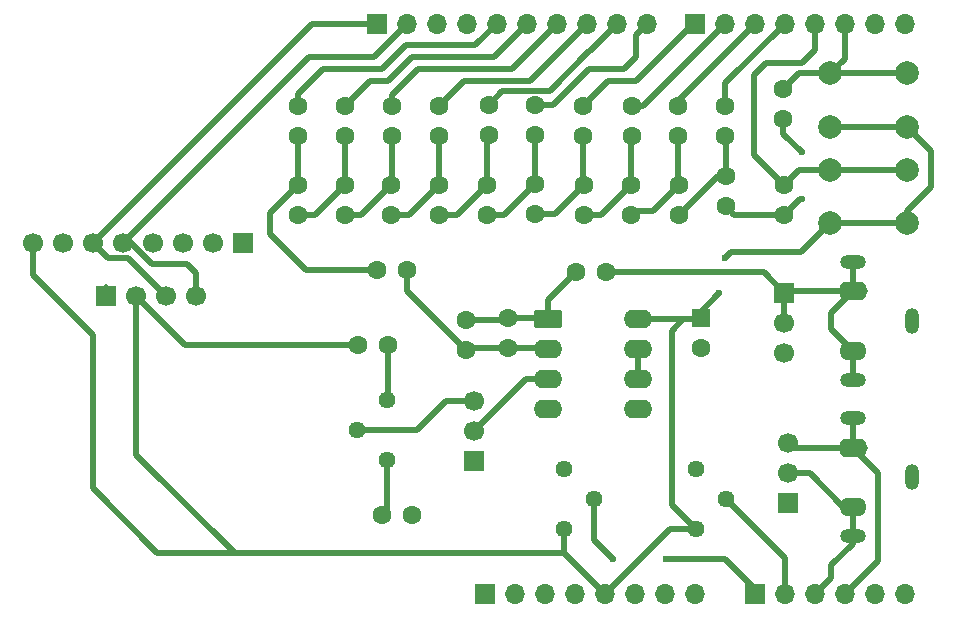
<source format=gbr>
%TF.GenerationSoftware,KiCad,Pcbnew,9.0.7*%
%TF.CreationDate,2026-02-04T01:14:12-07:00*%
%TF.ProjectId,ShieldV1,53686965-6c64-4563-912e-6b696361645f,rev?*%
%TF.SameCoordinates,Original*%
%TF.FileFunction,Copper,L1,Top*%
%TF.FilePolarity,Positive*%
%FSLAX46Y46*%
G04 Gerber Fmt 4.6, Leading zero omitted, Abs format (unit mm)*
G04 Created by KiCad (PCBNEW 9.0.7) date 2026-02-04 01:14:12*
%MOMM*%
%LPD*%
G01*
G04 APERTURE LIST*
G04 Aperture macros list*
%AMRoundRect*
0 Rectangle with rounded corners*
0 $1 Rounding radius*
0 $2 $3 $4 $5 $6 $7 $8 $9 X,Y pos of 4 corners*
0 Add a 4 corners polygon primitive as box body*
4,1,4,$2,$3,$4,$5,$6,$7,$8,$9,$2,$3,0*
0 Add four circle primitives for the rounded corners*
1,1,$1+$1,$2,$3*
1,1,$1+$1,$4,$5*
1,1,$1+$1,$6,$7*
1,1,$1+$1,$8,$9*
0 Add four rect primitives between the rounded corners*
20,1,$1+$1,$2,$3,$4,$5,0*
20,1,$1+$1,$4,$5,$6,$7,0*
20,1,$1+$1,$6,$7,$8,$9,0*
20,1,$1+$1,$8,$9,$2,$3,0*%
G04 Aperture macros list end*
%TA.AperFunction,ComponentPad*%
%ADD10R,1.700000X1.700000*%
%TD*%
%TA.AperFunction,ComponentPad*%
%ADD11O,1.700000X1.700000*%
%TD*%
%TA.AperFunction,ComponentPad*%
%ADD12C,1.600000*%
%TD*%
%TA.AperFunction,ComponentPad*%
%ADD13C,2.000000*%
%TD*%
%TA.AperFunction,ComponentPad*%
%ADD14C,1.700000*%
%TD*%
%TA.AperFunction,ComponentPad*%
%ADD15O,2.200000X1.200000*%
%TD*%
%TA.AperFunction,ComponentPad*%
%ADD16O,2.300000X1.600000*%
%TD*%
%TA.AperFunction,ComponentPad*%
%ADD17O,1.200000X2.200000*%
%TD*%
%TA.AperFunction,ComponentPad*%
%ADD18O,2.500000X1.600000*%
%TD*%
%TA.AperFunction,ComponentPad*%
%ADD19RoundRect,0.250000X-0.550000X0.550000X-0.550000X-0.550000X0.550000X-0.550000X0.550000X0.550000X0*%
%TD*%
%TA.AperFunction,ComponentPad*%
%ADD20C,1.440000*%
%TD*%
%TA.AperFunction,ComponentPad*%
%ADD21RoundRect,0.250000X-0.950000X-0.550000X0.950000X-0.550000X0.950000X0.550000X-0.950000X0.550000X0*%
%TD*%
%TA.AperFunction,ComponentPad*%
%ADD22O,2.400000X1.600000*%
%TD*%
%TA.AperFunction,ViaPad*%
%ADD23C,0.600000*%
%TD*%
%TA.AperFunction,Conductor*%
%ADD24C,0.508000*%
%TD*%
G04 APERTURE END LIST*
D10*
%TO.P,J1,1,Pin_1*%
%TO.N,unconnected-(J1-Pin_1-Pad1)*%
X127940000Y-97460000D03*
D11*
%TO.P,J1,2,Pin_2*%
%TO.N,/IOREF*%
X130480000Y-97460000D03*
%TO.P,J1,3,Pin_3*%
%TO.N,/~{RESET}*%
X133020000Y-97460000D03*
%TO.P,J1,4,Pin_4*%
%TO.N,+3V3*%
X135560000Y-97460000D03*
%TO.P,J1,5,Pin_5*%
%TO.N,+5V*%
X138100000Y-97460000D03*
%TO.P,J1,6,Pin_6*%
%TO.N,GND*%
X140640000Y-97460000D03*
%TO.P,J1,7,Pin_7*%
X143180000Y-97460000D03*
%TO.P,J1,8,Pin_8*%
%TO.N,VCC*%
X145720000Y-97460000D03*
%TD*%
D10*
%TO.P,J3,1,Pin_1*%
%TO.N,/A0*%
X150800000Y-97460000D03*
D11*
%TO.P,J3,2,Pin_2*%
%TO.N,/A1*%
X153340000Y-97460000D03*
%TO.P,J3,3,Pin_3*%
%TO.N,/IN_RIGHT*%
X155880000Y-97460000D03*
%TO.P,J3,4,Pin_4*%
%TO.N,/IN_LEFT*%
X158420000Y-97460000D03*
%TO.P,J3,5,Pin_5*%
%TO.N,/SDA{slash}A4*%
X160960000Y-97460000D03*
%TO.P,J3,6,Pin_6*%
%TO.N,/SCL{slash}A5*%
X163500000Y-97460000D03*
%TD*%
D10*
%TO.P,J2,1,Pin_1*%
%TO.N,/SCL*%
X118796000Y-49200000D03*
D11*
%TO.P,J2,2,Pin_2*%
%TO.N,/SDA*%
X121336000Y-49200000D03*
%TO.P,J2,3,Pin_3*%
%TO.N,/AREF*%
X123876000Y-49200000D03*
%TO.P,J2,4,Pin_4*%
%TO.N,GND*%
X126416000Y-49200000D03*
%TO.P,J2,5,Pin_5*%
%TO.N,/D9*%
X128956000Y-49200000D03*
%TO.P,J2,6,Pin_6*%
%TO.N,/D8*%
X131496000Y-49200000D03*
%TO.P,J2,7,Pin_7*%
%TO.N,/D7*%
X134036000Y-49200000D03*
%TO.P,J2,8,Pin_8*%
%TO.N,/D6*%
X136576000Y-49200000D03*
%TO.P,J2,9,Pin_9*%
%TO.N,/D5*%
X139116000Y-49200000D03*
%TO.P,J2,10,Pin_10*%
%TO.N,/D4*%
X141656000Y-49200000D03*
%TD*%
D10*
%TO.P,J4,1,Pin_1*%
%TO.N,/D3*%
X145720000Y-49200000D03*
D11*
%TO.P,J4,2,Pin_2*%
%TO.N,/D2*%
X148260000Y-49200000D03*
%TO.P,J4,3,Pin_3*%
%TO.N,/D1*%
X150800000Y-49200000D03*
%TO.P,J4,4,Pin_4*%
%TO.N,/D0*%
X153340000Y-49200000D03*
%TO.P,J4,5,Pin_5*%
%TO.N,/BT2*%
X155880000Y-49200000D03*
%TO.P,J4,6,Pin_6*%
%TO.N,/BT1*%
X158420000Y-49200000D03*
%TO.P,J4,7,Pin_7*%
%TO.N,/TX{slash}1*%
X160960000Y-49200000D03*
%TO.P,J4,8,Pin_8*%
%TO.N,/RX{slash}0*%
X163500000Y-49200000D03*
%TD*%
D12*
%TO.P,R9,1*%
%TO.N,Net-(R10-Pad1)*%
X136350000Y-62810000D03*
%TO.P,R9,2*%
%TO.N,Net-(R7-Pad1)*%
X136350000Y-65350000D03*
%TD*%
%TO.P,R13,1*%
%TO.N,Net-(R13-Pad1)*%
X128150000Y-62820000D03*
%TO.P,R13,2*%
%TO.N,Net-(R11-Pad1)*%
X128150000Y-65360000D03*
%TD*%
%TO.P,R14,1*%
%TO.N,Net-(R13-Pad1)*%
X128262000Y-58620000D03*
%TO.P,R14,2*%
%TO.N,/D5*%
X128262000Y-56080000D03*
%TD*%
%TO.P,R18,1*%
%TO.N,Net-(R17-Pad1)*%
X120050000Y-58670000D03*
%TO.P,R18,2*%
%TO.N,/D7*%
X120050000Y-56130000D03*
%TD*%
%TO.P,R4,1*%
%TO.N,Net-(R3-Pad2)*%
X148320000Y-58690000D03*
%TO.P,R4,2*%
%TO.N,/D0*%
X148320000Y-56150000D03*
%TD*%
%TO.P,R15,1*%
%TO.N,Net-(R15-Pad1)*%
X124070000Y-62810000D03*
%TO.P,R15,2*%
%TO.N,Net-(R13-Pad1)*%
X124070000Y-65350000D03*
%TD*%
%TO.P,R19,1*%
%TO.N,Net-(R19-Pad1)*%
X116080000Y-62840000D03*
%TO.P,R19,2*%
%TO.N,Net-(R17-Pad1)*%
X116080000Y-65380000D03*
%TD*%
%TO.P,C2,1*%
%TO.N,Net-(U1A--)*%
X129890000Y-76600000D03*
%TO.P,C2,2*%
%TO.N,Net-(C2-Pad2)*%
X129890000Y-74100000D03*
%TD*%
%TO.P,R7,1*%
%TO.N,Net-(R7-Pad1)*%
X140350000Y-62820000D03*
%TO.P,R7,2*%
%TO.N,Net-(R5-Pad1)*%
X140350000Y-65360000D03*
%TD*%
%TO.P,R21,1*%
%TO.N,Net-(R21-Pad1)*%
X112090000Y-62840000D03*
%TO.P,R21,2*%
%TO.N,Net-(R19-Pad1)*%
X112090000Y-65380000D03*
%TD*%
D13*
%TO.P,SW2,1,1*%
%TO.N,+5V*%
X163710000Y-66050000D03*
X157210000Y-66050000D03*
%TO.P,SW2,2,2*%
%TO.N,/BT2*%
X163710000Y-61550000D03*
X157210000Y-61550000D03*
%TD*%
D12*
%TO.P,R20,1*%
%TO.N,Net-(R19-Pad1)*%
X116090000Y-58670000D03*
%TO.P,R20,2*%
%TO.N,/D8*%
X116090000Y-56130000D03*
%TD*%
%TO.P,R6,1*%
%TO.N,Net-(R5-Pad1)*%
X144310000Y-58680000D03*
%TO.P,R6,2*%
%TO.N,/D1*%
X144310000Y-56140000D03*
%TD*%
D10*
%TO.P,J7,1,Pin_1*%
%TO.N,/AUDIO_OUT*%
X153310000Y-71920000D03*
D14*
%TO.P,J7,2,Pin_2*%
X153310000Y-74460000D03*
%TO.P,J7,3,Pin_3*%
%TO.N,GND*%
X153310000Y-77000000D03*
%TD*%
D12*
%TO.P,R10,1*%
%TO.N,Net-(R10-Pad1)*%
X136270000Y-58650000D03*
%TO.P,R10,2*%
%TO.N,/D3*%
X136270000Y-56110000D03*
%TD*%
D10*
%TO.P,J5,1,Pin_1*%
%TO.N,unconnected-(J5-Pin_1-Pad1)*%
X107460000Y-67730000D03*
D14*
%TO.P,J5,2,Pin_2*%
%TO.N,unconnected-(J5-Pin_2-Pad2)*%
X104920000Y-67730000D03*
%TO.P,J5,3,Pin_3*%
%TO.N,unconnected-(J5-Pin_3-Pad3)*%
X102380000Y-67730000D03*
%TO.P,J5,4,Pin_4*%
%TO.N,unconnected-(J5-Pin_4-Pad4)*%
X99840000Y-67730000D03*
%TO.P,J5,5,Pin_5*%
%TO.N,/SDA*%
X97300000Y-67730000D03*
%TO.P,J5,6,Pin_6*%
%TO.N,/SCL*%
X94760000Y-67730000D03*
%TO.P,J5,7,Pin_7*%
%TO.N,GND*%
X92220000Y-67730000D03*
%TO.P,J5,8,Pin_8*%
%TO.N,+5V*%
X89680000Y-67730000D03*
%TD*%
D12*
%TO.P,R26,1*%
%TO.N,Net-(R26-Pad1)*%
X119260000Y-90790000D03*
%TO.P,R26,2*%
%TO.N,GND*%
X121800000Y-90790000D03*
%TD*%
D15*
%TO.P,J11,R*%
%TO.N,/AUDIO_OUT*%
X159090000Y-79330000D03*
D16*
%TO.P,J11,RN*%
X159090000Y-76830000D03*
D17*
%TO.P,J11,S*%
%TO.N,GND*%
X164090000Y-74330000D03*
D15*
%TO.P,J11,T*%
%TO.N,/AUDIO_OUT*%
X159090000Y-69330000D03*
D18*
%TO.P,J11,TN*%
X159090000Y-71830000D03*
%TD*%
D12*
%TO.P,R5,1*%
%TO.N,Net-(R5-Pad1)*%
X144370000Y-62850000D03*
%TO.P,R5,2*%
%TO.N,Net-(R3-Pad2)*%
X144370000Y-65390000D03*
%TD*%
D19*
%TO.P,C1,1*%
%TO.N,+5V*%
X146210000Y-74107620D03*
D12*
%TO.P,C1,2*%
%TO.N,GND*%
X146210000Y-76607620D03*
%TD*%
%TO.P,R24,1*%
%TO.N,Net-(C2-Pad2)*%
X126360000Y-74240000D03*
%TO.P,R24,2*%
%TO.N,Net-(U1A--)*%
X126360000Y-76780000D03*
%TD*%
%TO.P,R12,1*%
%TO.N,Net-(R11-Pad1)*%
X132180000Y-58620000D03*
%TO.P,R12,2*%
%TO.N,/D4*%
X132180000Y-56080000D03*
%TD*%
D13*
%TO.P,SW1,1,1*%
%TO.N,+5V*%
X163710000Y-57870000D03*
X157210000Y-57870000D03*
%TO.P,SW1,2,2*%
%TO.N,/BT1*%
X163710000Y-53370000D03*
X157210000Y-53370000D03*
%TD*%
D12*
%TO.P,R11,1*%
%TO.N,Net-(R11-Pad1)*%
X132180000Y-62770000D03*
%TO.P,R11,2*%
%TO.N,Net-(R10-Pad1)*%
X132180000Y-65310000D03*
%TD*%
%TO.P,R22,1*%
%TO.N,Net-(R21-Pad1)*%
X112130000Y-58650000D03*
%TO.P,R22,2*%
%TO.N,/D9*%
X112130000Y-56110000D03*
%TD*%
D10*
%TO.P,J12,1,Pin_1*%
%TO.N,GND*%
X153620000Y-89780000D03*
D14*
%TO.P,J12,2,Pin_2*%
%TO.N,/IN_RIGHT*%
X153620000Y-87240000D03*
%TO.P,J12,3,Pin_3*%
%TO.N,/IN_LEFT*%
X153620000Y-84700000D03*
%TD*%
D12*
%TO.P,R1,1*%
%TO.N,/BT1*%
X153220000Y-54670000D03*
%TO.P,R1,2*%
%TO.N,GND*%
X153220000Y-57210000D03*
%TD*%
%TO.P,R27,1*%
%TO.N,/AUDIO_OUT*%
X138180000Y-70180000D03*
%TO.P,R27,2*%
%TO.N,Net-(C2-Pad2)*%
X135640000Y-70180000D03*
%TD*%
%TO.P,R17,1*%
%TO.N,Net-(R17-Pad1)*%
X120030000Y-62800000D03*
%TO.P,R17,2*%
%TO.N,Net-(R15-Pad1)*%
X120030000Y-65340000D03*
%TD*%
%TO.P,R25,1*%
%TO.N,+5V*%
X117180000Y-76360000D03*
%TO.P,R25,2*%
%TO.N,Net-(R25-Pad2)*%
X119720000Y-76360000D03*
%TD*%
%TO.P,R16,1*%
%TO.N,Net-(R15-Pad1)*%
X124070000Y-58650000D03*
%TO.P,R16,2*%
%TO.N,/D6*%
X124070000Y-56110000D03*
%TD*%
D20*
%TO.P,RV1,1,1*%
%TO.N,+5V*%
X134610000Y-91950000D03*
%TO.P,RV1,2,2*%
%TO.N,/A0*%
X137150000Y-89410000D03*
%TO.P,RV1,3,3*%
%TO.N,GND*%
X134610000Y-86870000D03*
%TD*%
D12*
%TO.P,R2,1*%
%TO.N,/BT2*%
X153260000Y-62810000D03*
%TO.P,R2,2*%
%TO.N,GND*%
X153260000Y-65350000D03*
%TD*%
D21*
%TO.P,U1,1*%
%TO.N,Net-(C2-Pad2)*%
X133300000Y-74170000D03*
D22*
%TO.P,U1,2,-*%
%TO.N,Net-(U1A--)*%
X133300000Y-76710000D03*
%TO.P,U1,3,+*%
%TO.N,Net-(J9-Pin_2)*%
X133300000Y-79250000D03*
%TO.P,U1,4,V-*%
%TO.N,GND*%
X133300000Y-81790000D03*
%TO.P,U1,5,+*%
X140920000Y-81790000D03*
%TO.P,U1,6,-*%
%TO.N,Net-(U1B--)*%
X140920000Y-79250000D03*
%TO.P,U1,7*%
X140920000Y-76710000D03*
%TO.P,U1,8,V+*%
%TO.N,+5V*%
X140920000Y-74170000D03*
%TD*%
D10*
%TO.P,J9,1,Pin_1*%
%TO.N,GND*%
X127040000Y-86170000D03*
D14*
%TO.P,J9,2,Pin_2*%
%TO.N,Net-(J9-Pin_2)*%
X127040000Y-83630000D03*
%TO.P,J9,3,Pin_3*%
%TO.N,Net-(J9-Pin_3)*%
X127040000Y-81090000D03*
%TD*%
D12*
%TO.P,R3,1*%
%TO.N,GND*%
X148340000Y-64610000D03*
%TO.P,R3,2*%
%TO.N,Net-(R3-Pad2)*%
X148340000Y-62070000D03*
%TD*%
D15*
%TO.P,J10,R*%
%TO.N,/IN_RIGHT*%
X159090000Y-92540000D03*
D16*
%TO.P,J10,RN*%
X159090000Y-90040000D03*
D17*
%TO.P,J10,S*%
%TO.N,GND*%
X164090000Y-87540000D03*
D15*
%TO.P,J10,T*%
%TO.N,/IN_LEFT*%
X159090000Y-82540000D03*
D18*
%TO.P,J10,TN*%
X159090000Y-85040000D03*
%TD*%
D20*
%TO.P,RV3,1,1*%
%TO.N,Net-(R25-Pad2)*%
X119705000Y-81000000D03*
%TO.P,RV3,2,2*%
%TO.N,Net-(J9-Pin_3)*%
X117165000Y-83540000D03*
%TO.P,RV3,3,3*%
%TO.N,Net-(R26-Pad1)*%
X119705000Y-86080000D03*
%TD*%
%TO.P,RV2,1,1*%
%TO.N,+5V*%
X145810000Y-91950000D03*
%TO.P,RV2,2,2*%
%TO.N,/A1*%
X148350000Y-89410000D03*
%TO.P,RV2,3,3*%
%TO.N,GND*%
X145810000Y-86870000D03*
%TD*%
D12*
%TO.P,R8,1*%
%TO.N,Net-(R7-Pad1)*%
X140370000Y-58690000D03*
%TO.P,R8,2*%
%TO.N,/D2*%
X140370000Y-56150000D03*
%TD*%
D10*
%TO.P,J6,1,Pin_1*%
%TO.N,GND*%
X95900000Y-72240000D03*
D14*
%TO.P,J6,2,Pin_2*%
%TO.N,+5V*%
X98440000Y-72240000D03*
%TO.P,J6,3,Pin_3*%
%TO.N,/SCL*%
X100980000Y-72240000D03*
%TO.P,J6,4,Pin_4*%
%TO.N,/SDA*%
X103520000Y-72240000D03*
%TD*%
D12*
%TO.P,R23,1*%
%TO.N,Net-(U1A--)*%
X121370000Y-70040000D03*
%TO.P,R23,2*%
%TO.N,Net-(R21-Pad1)*%
X118830000Y-70040000D03*
%TD*%
D23*
%TO.N,GND*%
X154762000Y-60000000D03*
X154762000Y-64000000D03*
%TO.N,+5V*%
X147762000Y-72000000D03*
X148262000Y-69000000D03*
%TO.N,/A0*%
X138762000Y-94500000D03*
X143262000Y-94500000D03*
%TD*%
D24*
%TO.N,GND*%
X153260000Y-65350000D02*
X149080000Y-65350000D01*
X153220000Y-58458000D02*
X154762000Y-60000000D01*
X95900000Y-72240000D02*
X95900000Y-71410000D01*
X149080000Y-65350000D02*
X148340000Y-64610000D01*
X153220000Y-57210000D02*
X153220000Y-58458000D01*
X154610000Y-64000000D02*
X153260000Y-65350000D01*
X154762000Y-64000000D02*
X154610000Y-64000000D01*
%TO.N,+5V*%
X165762000Y-59922000D02*
X163710000Y-57870000D01*
X157210000Y-66050000D02*
X154760000Y-68500000D01*
X145810000Y-91950000D02*
X143762000Y-89902000D01*
X140920000Y-74170000D02*
X144762000Y-74170000D01*
X147762000Y-72000000D02*
X146210000Y-73552000D01*
X143762000Y-75170000D02*
X144762000Y-74170000D01*
X98440000Y-72240000D02*
X98440000Y-85648000D01*
X94762000Y-88500000D02*
X94762000Y-75500000D01*
X163710000Y-66050000D02*
X157210000Y-66050000D01*
X146654380Y-74107620D02*
X146210000Y-74107620D01*
X146147620Y-74170000D02*
X146210000Y-74107620D01*
X145810000Y-91950000D02*
X143610000Y-91950000D01*
X148762000Y-68500000D02*
X148262000Y-69000000D01*
X134610000Y-91950000D02*
X134610000Y-93970000D01*
X163710000Y-66050000D02*
X163710000Y-65052000D01*
X100232000Y-93970000D02*
X94762000Y-88500000D01*
X89680000Y-67730000D02*
X89680000Y-70418000D01*
X134610000Y-93970000D02*
X138100000Y-97460000D01*
X154760000Y-68500000D02*
X148762000Y-68500000D01*
X117180000Y-76360000D02*
X102560000Y-76360000D01*
X144762000Y-74170000D02*
X146147620Y-74170000D01*
X143762000Y-89902000D02*
X143762000Y-75170000D01*
X146210000Y-73552000D02*
X146210000Y-74107620D01*
X163710000Y-65052000D02*
X165762000Y-63000000D01*
X98440000Y-85648000D02*
X106762000Y-93970000D01*
X89680000Y-70418000D02*
X94762000Y-75500000D01*
X106762000Y-93970000D02*
X100232000Y-93970000D01*
X102560000Y-76360000D02*
X98440000Y-72240000D01*
X157210000Y-57870000D02*
X163710000Y-57870000D01*
X143610000Y-91950000D02*
X138100000Y-97460000D01*
X165762000Y-63000000D02*
X165762000Y-59922000D01*
X134610000Y-93970000D02*
X106762000Y-93970000D01*
%TO.N,/A0*%
X138762000Y-94500000D02*
X137150000Y-92888000D01*
X150800000Y-97038000D02*
X148262000Y-94500000D01*
X150800000Y-97460000D02*
X150800000Y-97038000D01*
X148262000Y-94500000D02*
X143262000Y-94500000D01*
X137150000Y-92888000D02*
X137150000Y-89410000D01*
%TO.N,/A1*%
X153340000Y-94400000D02*
X153340000Y-97460000D01*
X148350000Y-89410000D02*
X153340000Y-94400000D01*
%TO.N,/SCL*%
X94760000Y-67730000D02*
X96065000Y-69035000D01*
X94760000Y-67730000D02*
X113290000Y-49200000D01*
X97775000Y-69035000D02*
X100980000Y-72240000D01*
X96065000Y-69035000D02*
X97775000Y-69035000D01*
X113290000Y-49200000D02*
X118796000Y-49200000D01*
%TO.N,/SDA*%
X113030000Y-52000000D02*
X118536000Y-52000000D01*
X99762000Y-69500000D02*
X97992000Y-67730000D01*
X102762000Y-69500000D02*
X99762000Y-69500000D01*
X118536000Y-52000000D02*
X121336000Y-49200000D01*
X97300000Y-67730000D02*
X113030000Y-52000000D01*
X97992000Y-67730000D02*
X97300000Y-67730000D01*
X103520000Y-70258000D02*
X102762000Y-69500000D01*
X103520000Y-72240000D02*
X103520000Y-70258000D01*
%TO.N,/BT1*%
X158420000Y-52160000D02*
X157210000Y-53370000D01*
X157210000Y-53370000D02*
X154520000Y-53370000D01*
X154520000Y-53370000D02*
X153220000Y-54670000D01*
X158420000Y-49200000D02*
X158420000Y-52160000D01*
X157210000Y-53370000D02*
X163710000Y-53370000D01*
%TO.N,/BT2*%
X157210000Y-61550000D02*
X154520000Y-61550000D01*
X150762000Y-53500000D02*
X150762000Y-60312000D01*
X150762000Y-60312000D02*
X153260000Y-62810000D01*
X154520000Y-61550000D02*
X153260000Y-62810000D01*
X155880000Y-51382000D02*
X154762000Y-52500000D01*
X155880000Y-49200000D02*
X155880000Y-51382000D01*
X154762000Y-52500000D02*
X151762000Y-52500000D01*
X157210000Y-61550000D02*
X163710000Y-61550000D01*
X151762000Y-52500000D02*
X150762000Y-53500000D01*
%TO.N,Net-(C2-Pad2)*%
X133300000Y-72520000D02*
X135640000Y-70180000D01*
X133300000Y-74170000D02*
X133300000Y-72520000D01*
X129890000Y-74100000D02*
X133230000Y-74100000D01*
X129750000Y-74240000D02*
X129890000Y-74100000D01*
X133230000Y-74100000D02*
X133300000Y-74170000D01*
X126360000Y-74240000D02*
X129750000Y-74240000D01*
%TO.N,Net-(U1A--)*%
X129890000Y-76600000D02*
X133190000Y-76600000D01*
X126540000Y-76600000D02*
X126360000Y-76780000D01*
X133190000Y-76600000D02*
X133300000Y-76710000D01*
X129890000Y-76600000D02*
X126540000Y-76600000D01*
X121370000Y-70040000D02*
X121370000Y-71790000D01*
X121370000Y-71790000D02*
X126360000Y-76780000D01*
%TO.N,/D7*%
X122262000Y-53000000D02*
X120050000Y-55212000D01*
X134036000Y-49200000D02*
X130236000Y-53000000D01*
X130236000Y-53000000D02*
X122262000Y-53000000D01*
X120050000Y-55212000D02*
X120050000Y-56130000D01*
%TO.N,/D8*%
X119762000Y-54000000D02*
X118220000Y-54000000D01*
X118220000Y-54000000D02*
X116090000Y-56130000D01*
X128696000Y-52000000D02*
X121762000Y-52000000D01*
X121762000Y-52000000D02*
X119762000Y-54000000D01*
X131496000Y-49200000D02*
X128696000Y-52000000D01*
%TO.N,/D9*%
X121262000Y-51000000D02*
X119262000Y-53000000D01*
X114262000Y-53000000D02*
X112130000Y-55132000D01*
X128956000Y-49200000D02*
X127156000Y-51000000D01*
X119262000Y-53000000D02*
X114262000Y-53000000D01*
X127156000Y-51000000D02*
X121262000Y-51000000D01*
X112130000Y-55132000D02*
X112130000Y-56110000D01*
%TO.N,/D6*%
X131776000Y-54000000D02*
X126180000Y-54000000D01*
X126180000Y-54000000D02*
X124070000Y-56110000D01*
X136576000Y-49200000D02*
X131776000Y-54000000D01*
%TO.N,/D4*%
X141656000Y-49200000D02*
X140762000Y-50094000D01*
X140762000Y-52000000D02*
X139762000Y-53000000D01*
X140762000Y-50094000D02*
X140762000Y-52000000D01*
X136762000Y-53000000D02*
X133682000Y-56080000D01*
X139762000Y-53000000D02*
X136762000Y-53000000D01*
X133682000Y-56080000D02*
X132180000Y-56080000D01*
%TO.N,/D5*%
X139116000Y-49200000D02*
X136816000Y-51500000D01*
X133437000Y-54825000D02*
X129437000Y-54825000D01*
X136816000Y-51500000D02*
X136762000Y-51500000D01*
X128262000Y-56000000D02*
X128262000Y-56080000D01*
X129437000Y-54825000D02*
X128262000Y-56000000D01*
X136762000Y-51500000D02*
X133437000Y-54825000D01*
%TO.N,/IN_RIGHT*%
X158302000Y-90040000D02*
X155502000Y-87240000D01*
X157262000Y-96078000D02*
X155880000Y-97460000D01*
X155502000Y-87240000D02*
X153620000Y-87240000D01*
X159090000Y-93172000D02*
X157262000Y-95000000D01*
X159090000Y-92540000D02*
X159090000Y-93172000D01*
X159090000Y-90040000D02*
X159090000Y-92540000D01*
X157262000Y-95000000D02*
X157262000Y-96078000D01*
X159090000Y-90040000D02*
X158302000Y-90040000D01*
%TO.N,/IN_LEFT*%
X161262000Y-87212000D02*
X159090000Y-85040000D01*
X158420000Y-97460000D02*
X161262000Y-94618000D01*
X161262000Y-94618000D02*
X161262000Y-87212000D01*
X159090000Y-82540000D02*
X159090000Y-85040000D01*
X159090000Y-85040000D02*
X153960000Y-85040000D01*
X153960000Y-85040000D02*
X153620000Y-84700000D01*
%TO.N,/D3*%
X145720000Y-49200000D02*
X145562000Y-49200000D01*
X145562000Y-49200000D02*
X140762000Y-54000000D01*
X138380000Y-54000000D02*
X136270000Y-56110000D01*
X140762000Y-54000000D02*
X138380000Y-54000000D01*
%TO.N,/D2*%
X148260000Y-49200000D02*
X141310000Y-56150000D01*
X141310000Y-56150000D02*
X140370000Y-56150000D01*
%TO.N,/D0*%
X148320000Y-54220000D02*
X148320000Y-56150000D01*
X153340000Y-49200000D02*
X148320000Y-54220000D01*
%TO.N,/D1*%
X150800000Y-49200000D02*
X144310000Y-55690000D01*
X144310000Y-55690000D02*
X144310000Y-56140000D01*
%TO.N,/AUDIO_OUT*%
X138180000Y-70180000D02*
X151570000Y-70180000D01*
X157262000Y-75002000D02*
X157262000Y-73658000D01*
X159090000Y-71830000D02*
X153400000Y-71830000D01*
X153310000Y-74460000D02*
X153310000Y-71920000D01*
X157262000Y-73658000D02*
X159090000Y-71830000D01*
X151570000Y-70180000D02*
X153310000Y-71920000D01*
X159090000Y-69330000D02*
X159090000Y-71830000D01*
X159090000Y-76830000D02*
X157262000Y-75002000D01*
X153400000Y-71830000D02*
X153310000Y-71920000D01*
X159090000Y-76830000D02*
X159090000Y-79330000D01*
%TO.N,Net-(J9-Pin_3)*%
X122222000Y-83540000D02*
X117165000Y-83540000D01*
X127040000Y-81090000D02*
X124672000Y-81090000D01*
X124672000Y-81090000D02*
X122222000Y-83540000D01*
%TO.N,Net-(J9-Pin_2)*%
X133300000Y-79250000D02*
X131420000Y-79250000D01*
X131420000Y-79250000D02*
X127040000Y-83630000D01*
%TO.N,Net-(R3-Pad2)*%
X148340000Y-58710000D02*
X148320000Y-58690000D01*
X147690000Y-62070000D02*
X148340000Y-62070000D01*
X144370000Y-65390000D02*
X147690000Y-62070000D01*
X148340000Y-62070000D02*
X148340000Y-58710000D01*
%TO.N,Net-(R5-Pad1)*%
X142220000Y-65000000D02*
X140710000Y-65000000D01*
X144370000Y-62850000D02*
X142220000Y-65000000D01*
X140710000Y-65000000D02*
X140350000Y-65360000D01*
X144310000Y-62790000D02*
X144370000Y-62850000D01*
X144310000Y-58680000D02*
X144310000Y-62790000D01*
%TO.N,Net-(R7-Pad1)*%
X140350000Y-62820000D02*
X140350000Y-58710000D01*
X137820000Y-65350000D02*
X140350000Y-62820000D01*
X140350000Y-58710000D02*
X140370000Y-58690000D01*
X136350000Y-65350000D02*
X137820000Y-65350000D01*
%TO.N,Net-(R10-Pad1)*%
X133850000Y-65310000D02*
X136350000Y-62810000D01*
X136270000Y-62730000D02*
X136350000Y-62810000D01*
X132180000Y-65310000D02*
X133850000Y-65310000D01*
X136270000Y-58650000D02*
X136270000Y-62730000D01*
%TO.N,Net-(R11-Pad1)*%
X128150000Y-65360000D02*
X129590000Y-65360000D01*
X132180000Y-58620000D02*
X132180000Y-62770000D01*
X129590000Y-65360000D02*
X132180000Y-62770000D01*
%TO.N,Net-(R13-Pad1)*%
X128130000Y-58620000D02*
X128130000Y-62800000D01*
X124070000Y-65350000D02*
X125620000Y-65350000D01*
X125620000Y-65350000D02*
X128150000Y-62820000D01*
X128130000Y-62800000D02*
X128150000Y-62820000D01*
%TO.N,Net-(R15-Pad1)*%
X121540000Y-65340000D02*
X124070000Y-62810000D01*
X124070000Y-58650000D02*
X124070000Y-62810000D01*
X120030000Y-65340000D02*
X121540000Y-65340000D01*
%TO.N,Net-(R17-Pad1)*%
X116080000Y-65380000D02*
X117450000Y-65380000D01*
X117450000Y-65380000D02*
X120030000Y-62800000D01*
X120050000Y-58670000D02*
X120050000Y-62780000D01*
X120050000Y-62780000D02*
X120030000Y-62800000D01*
%TO.N,Net-(R19-Pad1)*%
X116090000Y-62830000D02*
X116080000Y-62840000D01*
X112090000Y-65380000D02*
X113540000Y-65380000D01*
X113540000Y-65380000D02*
X116080000Y-62840000D01*
X116090000Y-58670000D02*
X116090000Y-62830000D01*
%TO.N,Net-(R21-Pad1)*%
X109762000Y-65168000D02*
X112090000Y-62840000D01*
X112130000Y-58650000D02*
X112130000Y-62800000D01*
X112130000Y-62800000D02*
X112090000Y-62840000D01*
X118830000Y-70040000D02*
X112802000Y-70040000D01*
X109762000Y-67000000D02*
X109762000Y-65168000D01*
X112802000Y-70040000D02*
X109762000Y-67000000D01*
%TO.N,Net-(R25-Pad2)*%
X119720000Y-80985000D02*
X119705000Y-81000000D01*
X119720000Y-76360000D02*
X119720000Y-80985000D01*
%TO.N,Net-(R26-Pad1)*%
X119705000Y-86080000D02*
X119705000Y-90345000D01*
X119705000Y-90345000D02*
X119260000Y-90790000D01*
%TO.N,Net-(U1B--)*%
X140920000Y-76710000D02*
X140920000Y-79250000D01*
%TD*%
M02*

</source>
